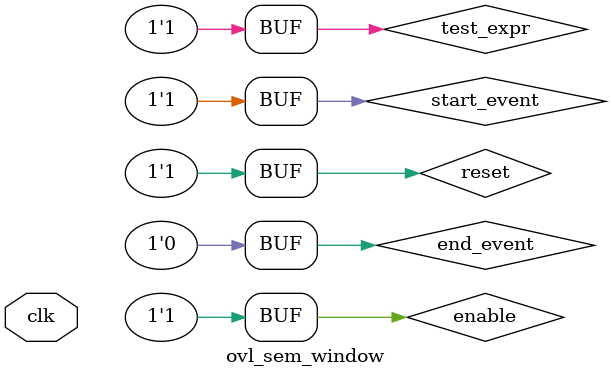
<source format=sv>
module ovl_sem_window(input logic clk);
  logic reset = 1'b1;
  logic enable = 1'b1;
  logic start_event = 1'b1;
  logic end_event = 1'b0;
`ifdef FAIL
  logic test_expr = 1'b0;
`else
  logic test_expr = 1'b1;
`endif

  ovl_window dut (
      .clock(clk),
      .reset(reset),
      .enable(enable),
      .start_event(start_event),
      .test_expr(test_expr),
      .end_event(end_event),
      .fire());
endmodule

</source>
